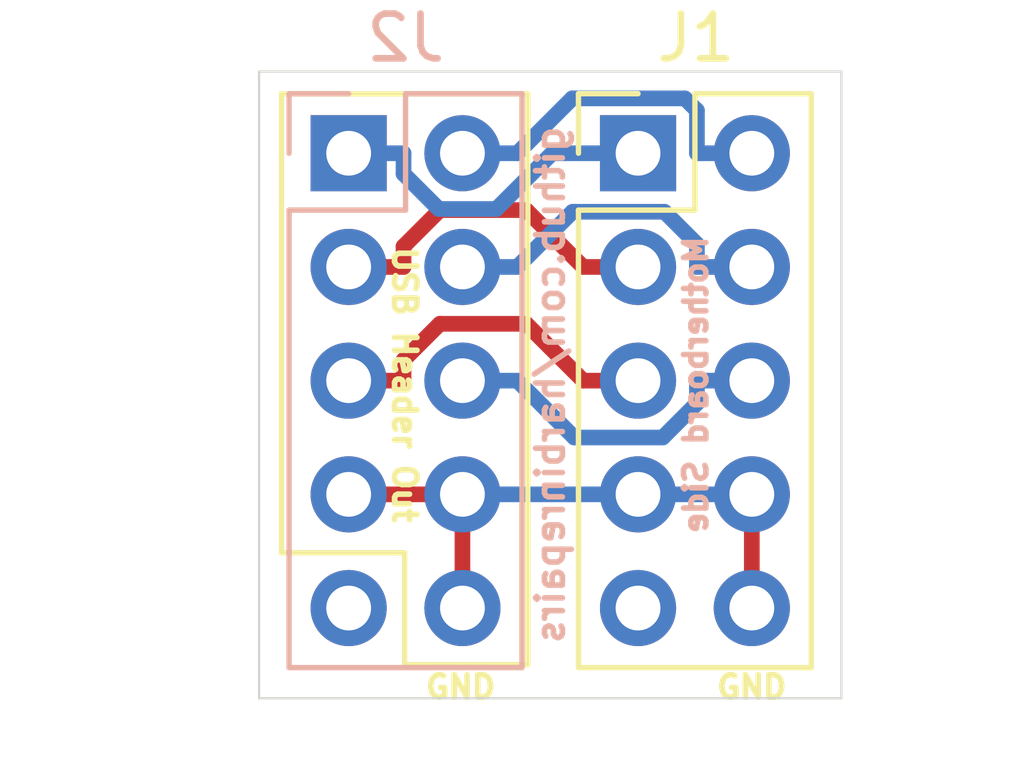
<source format=kicad_pcb>
(kicad_pcb (version 20171130) (host pcbnew "(5.1.0-0)")

  (general
    (thickness 1.6)
    (drawings 15)
    (tracks 42)
    (zones 0)
    (modules 2)
    (nets 10)
  )

  (page A4)
  (layers
    (0 F.Cu signal)
    (31 B.Cu signal)
    (32 B.Adhes user)
    (33 F.Adhes user)
    (34 B.Paste user)
    (35 F.Paste user)
    (36 B.SilkS user)
    (37 F.SilkS user)
    (38 B.Mask user)
    (39 F.Mask user)
    (40 Dwgs.User user)
    (41 Cmts.User user)
    (42 Eco1.User user)
    (43 Eco2.User user)
    (44 Edge.Cuts user)
    (45 Margin user)
    (46 B.CrtYd user)
    (47 F.CrtYd user)
    (48 B.Fab user)
    (49 F.Fab user)
  )

  (setup
    (last_trace_width 0.35)
    (trace_clearance 0.2)
    (zone_clearance 0.508)
    (zone_45_only no)
    (trace_min 0.2)
    (via_size 0.8)
    (via_drill 0.4)
    (via_min_size 0.4)
    (via_min_drill 0.3)
    (uvia_size 0.3)
    (uvia_drill 0.1)
    (uvias_allowed no)
    (uvia_min_size 0.2)
    (uvia_min_drill 0.1)
    (edge_width 0.05)
    (segment_width 0.2)
    (pcb_text_width 0.3)
    (pcb_text_size 1.5 1.5)
    (mod_edge_width 0.12)
    (mod_text_size 1 1)
    (mod_text_width 0.15)
    (pad_size 1.524 1.524)
    (pad_drill 0.762)
    (pad_to_mask_clearance 0.051)
    (solder_mask_min_width 0.25)
    (aux_axis_origin 0 0)
    (visible_elements FFFFFF7F)
    (pcbplotparams
      (layerselection 0x010f0_ffffffff)
      (usegerberextensions false)
      (usegerberattributes false)
      (usegerberadvancedattributes false)
      (creategerberjobfile false)
      (excludeedgelayer true)
      (linewidth 0.100000)
      (plotframeref false)
      (viasonmask false)
      (mode 1)
      (useauxorigin false)
      (hpglpennumber 1)
      (hpglpenspeed 20)
      (hpglpendiameter 15.000000)
      (psnegative false)
      (psa4output false)
      (plotreference true)
      (plotvalue true)
      (plotinvisibletext false)
      (padsonsilk false)
      (subtractmaskfromsilk false)
      (outputformat 1)
      (mirror false)
      (drillshape 0)
      (scaleselection 1)
      (outputdirectory ""))
  )

  (net 0 "")
  (net 1 +5V1)
  (net 2 +5V2)
  (net 3 USB1-)
  (net 4 USB2-)
  (net 5 USB1+)
  (net 6 USB2+)
  (net 7 GND)
  (net 8 "Net-(J1-Pad9)")
  (net 9 "Net-(J2-Pad9)")

  (net_class Default "This is the default net class."
    (clearance 0.2)
    (trace_width 0.35)
    (via_dia 0.8)
    (via_drill 0.4)
    (uvia_dia 0.3)
    (uvia_drill 0.1)
    (add_net +5V1)
    (add_net +5V2)
    (add_net GND)
    (add_net "Net-(J1-Pad9)")
    (add_net "Net-(J2-Pad9)")
    (add_net USB1+)
    (add_net USB1-)
    (add_net USB2+)
    (add_net USB2-)
  )

  (module Connector_PinHeader_2.54mm:PinHeader_2x05_P2.54mm_Vertical (layer F.Cu) (tedit 59FED5CC) (tstamp 5D4CD6F2)
    (at 162.46 88.825)
    (descr "Through hole straight pin header, 2x05, 2.54mm pitch, double rows")
    (tags "Through hole pin header THT 2x05 2.54mm double row")
    (path /5DACFF7A)
    (fp_text reference J1 (at 1.29 -2.575001) (layer F.SilkS)
      (effects (font (size 1 1) (thickness 0.15)))
    )
    (fp_text value "USB Header (Male)" (at 1.27 12.49) (layer F.Fab)
      (effects (font (size 1 1) (thickness 0.15)))
    )
    (fp_line (start 0 -1.27) (end 3.81 -1.27) (layer F.Fab) (width 0.1))
    (fp_line (start 3.81 -1.27) (end 3.81 11.43) (layer F.Fab) (width 0.1))
    (fp_line (start 3.81 11.43) (end -1.27 11.43) (layer F.Fab) (width 0.1))
    (fp_line (start -1.27 11.43) (end -1.27 0) (layer F.Fab) (width 0.1))
    (fp_line (start -1.27 0) (end 0 -1.27) (layer F.Fab) (width 0.1))
    (fp_line (start -1.33 11.49) (end 3.87 11.49) (layer F.SilkS) (width 0.12))
    (fp_line (start -1.33 1.27) (end -1.33 11.49) (layer F.SilkS) (width 0.12))
    (fp_line (start 3.87 -1.33) (end 3.87 11.49) (layer F.SilkS) (width 0.12))
    (fp_line (start -1.33 1.27) (end 1.27 1.27) (layer F.SilkS) (width 0.12))
    (fp_line (start 1.27 1.27) (end 1.27 -1.33) (layer F.SilkS) (width 0.12))
    (fp_line (start 1.27 -1.33) (end 3.87 -1.33) (layer F.SilkS) (width 0.12))
    (fp_line (start -1.33 0) (end -1.33 -1.33) (layer F.SilkS) (width 0.12))
    (fp_line (start -1.33 -1.33) (end 0 -1.33) (layer F.SilkS) (width 0.12))
    (fp_line (start -1.8 -1.8) (end -1.8 11.95) (layer F.CrtYd) (width 0.05))
    (fp_line (start -1.8 11.95) (end 4.35 11.95) (layer F.CrtYd) (width 0.05))
    (fp_line (start 4.35 11.95) (end 4.35 -1.8) (layer F.CrtYd) (width 0.05))
    (fp_line (start 4.35 -1.8) (end -1.8 -1.8) (layer F.CrtYd) (width 0.05))
    (fp_text user %R (at 1.27 5.08 90) (layer F.Fab)
      (effects (font (size 1 1) (thickness 0.15)))
    )
    (pad 1 thru_hole rect (at 0 0) (size 1.7 1.7) (drill 1) (layers *.Cu *.Mask)
      (net 1 +5V1))
    (pad 2 thru_hole oval (at 2.54 0) (size 1.7 1.7) (drill 1) (layers *.Cu *.Mask)
      (net 2 +5V2))
    (pad 3 thru_hole oval (at 0 2.54) (size 1.7 1.7) (drill 1) (layers *.Cu *.Mask)
      (net 3 USB1-))
    (pad 4 thru_hole oval (at 2.54 2.54) (size 1.7 1.7) (drill 1) (layers *.Cu *.Mask)
      (net 4 USB2-))
    (pad 5 thru_hole oval (at 0 5.08) (size 1.7 1.7) (drill 1) (layers *.Cu *.Mask)
      (net 5 USB1+))
    (pad 6 thru_hole oval (at 2.54 5.08) (size 1.7 1.7) (drill 1) (layers *.Cu *.Mask)
      (net 6 USB2+))
    (pad 7 thru_hole oval (at 0 7.62) (size 1.7 1.7) (drill 1) (layers *.Cu *.Mask)
      (net 7 GND))
    (pad 8 thru_hole oval (at 2.54 7.62) (size 1.7 1.7) (drill 1) (layers *.Cu *.Mask)
      (net 7 GND))
    (pad 9 thru_hole oval (at 0 10.16) (size 1.7 1.7) (drill 1) (layers *.Cu *.Mask)
      (net 8 "Net-(J1-Pad9)"))
    (pad 10 thru_hole oval (at 2.54 10.16) (size 1.7 1.7) (drill 1) (layers *.Cu *.Mask)
      (net 7 GND))
    (model ${KISYS3DMOD}/Connector_PinHeader_2.54mm.3dshapes/PinHeader_2x05_P2.54mm_Vertical.wrl
      (at (xyz 0 0 0))
      (scale (xyz 1 1 1))
      (rotate (xyz 0 0 0))
    )
  )

  (module Connector_PinSocket_2.54mm:PinSocket_2x05_P2.54mm_Vertical (layer B.Cu) (tedit 5A19A42B) (tstamp 5D4CD94C)
    (at 156 88.825 180)
    (descr "Through hole straight socket strip, 2x05, 2.54mm pitch, double cols (from Kicad 4.0.7), script generated")
    (tags "Through hole socket strip THT 2x05 2.54mm double row")
    (path /5DACFB66)
    (fp_text reference J2 (at -1.27 2.575001 180) (layer B.SilkS)
      (effects (font (size 1 1) (thickness 0.15)) (justify mirror))
    )
    (fp_text value "MB Connector (Female)" (at -1.27 -12.93 180) (layer B.Fab)
      (effects (font (size 1 1) (thickness 0.15)) (justify mirror))
    )
    (fp_line (start -3.81 1.27) (end 0.27 1.27) (layer B.Fab) (width 0.1))
    (fp_line (start 0.27 1.27) (end 1.27 0.27) (layer B.Fab) (width 0.1))
    (fp_line (start 1.27 0.27) (end 1.27 -11.43) (layer B.Fab) (width 0.1))
    (fp_line (start 1.27 -11.43) (end -3.81 -11.43) (layer B.Fab) (width 0.1))
    (fp_line (start -3.81 -11.43) (end -3.81 1.27) (layer B.Fab) (width 0.1))
    (fp_line (start -3.87 1.33) (end -1.27 1.33) (layer B.SilkS) (width 0.12))
    (fp_line (start -3.87 1.33) (end -3.87 -11.49) (layer B.SilkS) (width 0.12))
    (fp_line (start -3.87 -11.49) (end 1.33 -11.49) (layer B.SilkS) (width 0.12))
    (fp_line (start 1.33 -1.27) (end 1.33 -11.49) (layer B.SilkS) (width 0.12))
    (fp_line (start -1.27 -1.27) (end 1.33 -1.27) (layer B.SilkS) (width 0.12))
    (fp_line (start -1.27 1.33) (end -1.27 -1.27) (layer B.SilkS) (width 0.12))
    (fp_line (start 1.33 1.33) (end 1.33 0) (layer B.SilkS) (width 0.12))
    (fp_line (start 0 1.33) (end 1.33 1.33) (layer B.SilkS) (width 0.12))
    (fp_line (start -4.34 1.8) (end 1.76 1.8) (layer B.CrtYd) (width 0.05))
    (fp_line (start 1.76 1.8) (end 1.76 -11.9) (layer B.CrtYd) (width 0.05))
    (fp_line (start 1.76 -11.9) (end -4.34 -11.9) (layer B.CrtYd) (width 0.05))
    (fp_line (start -4.34 -11.9) (end -4.34 1.8) (layer B.CrtYd) (width 0.05))
    (fp_text user %R (at -1.27 -5.08 90) (layer B.Fab)
      (effects (font (size 1 1) (thickness 0.15)) (justify mirror))
    )
    (pad 1 thru_hole rect (at 0 0 180) (size 1.7 1.7) (drill 1) (layers *.Cu *.Mask)
      (net 1 +5V1))
    (pad 2 thru_hole oval (at -2.54 0 180) (size 1.7 1.7) (drill 1) (layers *.Cu *.Mask)
      (net 2 +5V2))
    (pad 3 thru_hole oval (at 0 -2.54 180) (size 1.7 1.7) (drill 1) (layers *.Cu *.Mask)
      (net 3 USB1-))
    (pad 4 thru_hole oval (at -2.54 -2.54 180) (size 1.7 1.7) (drill 1) (layers *.Cu *.Mask)
      (net 4 USB2-))
    (pad 5 thru_hole oval (at 0 -5.08 180) (size 1.7 1.7) (drill 1) (layers *.Cu *.Mask)
      (net 5 USB1+))
    (pad 6 thru_hole oval (at -2.54 -5.08 180) (size 1.7 1.7) (drill 1) (layers *.Cu *.Mask)
      (net 6 USB2+))
    (pad 7 thru_hole oval (at 0 -7.62 180) (size 1.7 1.7) (drill 1) (layers *.Cu *.Mask)
      (net 7 GND))
    (pad 8 thru_hole oval (at -2.54 -7.62 180) (size 1.7 1.7) (drill 1) (layers *.Cu *.Mask)
      (net 7 GND))
    (pad 9 thru_hole oval (at 0 -10.16 180) (size 1.7 1.7) (drill 1) (layers *.Cu *.Mask)
      (net 9 "Net-(J2-Pad9)"))
    (pad 10 thru_hole oval (at -2.54 -10.16 180) (size 1.7 1.7) (drill 1) (layers *.Cu *.Mask)
      (net 7 GND))
    (model ${KISYS3DMOD}/Connector_PinSocket_2.54mm.3dshapes/PinSocket_2x05_P2.54mm_Vertical.wrl
      (at (xyz 0 0 0))
      (scale (xyz 1 1 1))
      (rotate (xyz 0 0 0))
    )
  )

  (gr_text github.com/harbinrepairs (at 160.5 94 90) (layer B.SilkS)
    (effects (font (size 0.6 0.6) (thickness 0.125)) (justify mirror))
  )
  (gr_text "USB Header Out" (at 157.25 94 270) (layer F.SilkS) (tstamp 5D4CDDA9)
    (effects (font (size 0.5 0.5) (thickness 0.125)))
  )
  (gr_text "Motherboard Side" (at 163.75 94 90) (layer B.SilkS) (tstamp 5D4CDD59)
    (effects (font (size 0.5 0.5) (thickness 0.125)) (justify mirror))
  )
  (gr_text GND (at 165 100.75) (layer F.SilkS) (tstamp 5D4CDCE9)
    (effects (font (size 0.5 0.5) (thickness 0.125)))
  )
  (gr_text GND (at 158.5 100.75) (layer F.SilkS)
    (effects (font (size 0.5 0.5) (thickness 0.125)))
  )
  (gr_line (start 154.5 97.75) (end 154.5 87.5) (layer F.SilkS) (width 0.12) (tstamp 5D4CDA55))
  (gr_line (start 157.25 97.75) (end 154.5 97.75) (layer F.SilkS) (width 0.12))
  (gr_line (start 157.25 100.25) (end 157.25 97.75) (layer F.SilkS) (width 0.12))
  (gr_line (start 160 100.25) (end 157.25 100.25) (layer F.SilkS) (width 0.12))
  (gr_line (start 160 87.5) (end 160 100.25) (layer F.SilkS) (width 0.12))
  (gr_line (start 154.5 87.5) (end 160 87.5) (layer F.SilkS) (width 0.12))
  (gr_line (start 154 101) (end 154 87) (layer Edge.Cuts) (width 0.05) (tstamp 5D4CD7B4))
  (gr_line (start 167 101) (end 154 101) (layer Edge.Cuts) (width 0.05))
  (gr_line (start 167 87) (end 167 101) (layer Edge.Cuts) (width 0.05))
  (gr_line (start 154 87) (end 167 87) (layer Edge.Cuts) (width 0.05))

  (segment (start 156 88.825) (end 157.2253 88.825) (width 0.35) (layer B.Cu) (net 1))
  (segment (start 157.2253 88.825) (end 157.2253 89.2845) (width 0.35) (layer B.Cu) (net 1))
  (segment (start 157.2253 89.2845) (end 158.0107 90.0699) (width 0.35) (layer B.Cu) (net 1))
  (segment (start 158.0107 90.0699) (end 159.2988 90.0699) (width 0.35) (layer B.Cu) (net 1))
  (segment (start 159.2988 90.0699) (end 160.5437 88.825) (width 0.35) (layer B.Cu) (net 1))
  (segment (start 160.5437 88.825) (end 162.46 88.825) (width 0.35) (layer B.Cu) (net 1))
  (segment (start 165 88.825) (end 163.7747 88.825) (width 0.35) (layer B.Cu) (net 2))
  (segment (start 158.54 88.825) (end 159.7653 88.825) (width 0.35) (layer B.Cu) (net 2))
  (segment (start 159.7653 88.825) (end 160.9907 87.5996) (width 0.35) (layer B.Cu) (net 2))
  (segment (start 160.9907 87.5996) (end 163.5055 87.5996) (width 0.35) (layer B.Cu) (net 2))
  (segment (start 163.5055 87.5996) (end 163.7747 87.8688) (width 0.35) (layer B.Cu) (net 2))
  (segment (start 163.7747 87.8688) (end 163.7747 88.825) (width 0.35) (layer B.Cu) (net 2))
  (segment (start 162.46 91.365) (end 161.2347 91.365) (width 0.35) (layer F.Cu) (net 3))
  (segment (start 156 91.365) (end 157.2253 91.365) (width 0.35) (layer F.Cu) (net 3))
  (segment (start 157.2253 91.365) (end 157.2253 90.9055) (width 0.35) (layer F.Cu) (net 3))
  (segment (start 157.2253 90.9055) (end 158.0358 90.095) (width 0.35) (layer F.Cu) (net 3))
  (segment (start 158.0358 90.095) (end 159.9647 90.095) (width 0.35) (layer F.Cu) (net 3))
  (segment (start 159.9647 90.095) (end 161.2347 91.365) (width 0.35) (layer F.Cu) (net 3))
  (segment (start 165 91.365) (end 163.7747 91.365) (width 0.35) (layer B.Cu) (net 4))
  (segment (start 158.54 91.365) (end 159.7653 91.365) (width 0.35) (layer B.Cu) (net 4))
  (segment (start 159.7653 91.365) (end 160.9977 90.1326) (width 0.35) (layer B.Cu) (net 4))
  (segment (start 160.9977 90.1326) (end 163.0501 90.1326) (width 0.35) (layer B.Cu) (net 4))
  (segment (start 163.0501 90.1326) (end 163.7747 90.8572) (width 0.35) (layer B.Cu) (net 4))
  (segment (start 163.7747 90.8572) (end 163.7747 91.365) (width 0.35) (layer B.Cu) (net 4))
  (segment (start 162.46 93.905) (end 161.2347 93.905) (width 0.35) (layer F.Cu) (net 5))
  (segment (start 156 93.905) (end 157.2253 93.905) (width 0.35) (layer F.Cu) (net 5))
  (segment (start 157.2253 93.905) (end 157.2253 93.4455) (width 0.35) (layer F.Cu) (net 5))
  (segment (start 157.2253 93.4455) (end 158.0358 92.635) (width 0.35) (layer F.Cu) (net 5))
  (segment (start 158.0358 92.635) (end 159.9647 92.635) (width 0.35) (layer F.Cu) (net 5))
  (segment (start 159.9647 92.635) (end 161.2347 93.905) (width 0.35) (layer F.Cu) (net 5))
  (segment (start 165 93.905) (end 163.7747 93.905) (width 0.35) (layer B.Cu) (net 6))
  (segment (start 158.54 93.905) (end 159.7653 93.905) (width 0.35) (layer B.Cu) (net 6))
  (segment (start 159.7653 93.905) (end 161.0353 95.175) (width 0.35) (layer B.Cu) (net 6))
  (segment (start 161.0353 95.175) (end 163.0125 95.175) (width 0.35) (layer B.Cu) (net 6))
  (segment (start 163.0125 95.175) (end 163.7747 94.4128) (width 0.35) (layer B.Cu) (net 6))
  (segment (start 163.7747 94.4128) (end 163.7747 93.905) (width 0.35) (layer B.Cu) (net 6))
  (segment (start 158.54 96.445) (end 157.2253 96.445) (width 0.35) (layer F.Cu) (net 7))
  (segment (start 156 96.445) (end 157.2253 96.445) (width 0.35) (layer F.Cu) (net 7))
  (segment (start 158.54 98.985) (end 158.54 96.445) (width 0.35) (layer F.Cu) (net 7))
  (segment (start 165 96.445) (end 162.46 96.445) (width 0.35) (layer B.Cu) (net 7))
  (segment (start 165 98.985) (end 165 96.445) (width 0.35) (layer F.Cu) (net 7))
  (segment (start 158.54 96.445) (end 162.46 96.445) (width 0.35) (layer B.Cu) (net 7))

)

</source>
